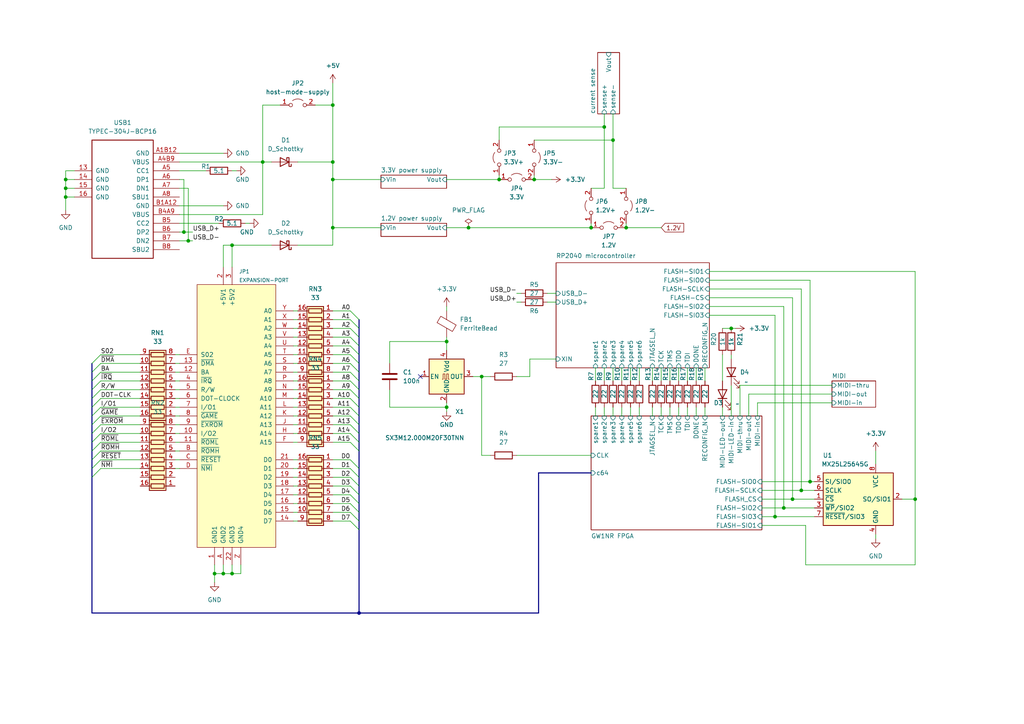
<source format=kicad_sch>
(kicad_sch (version 20211123) (generator eeschema)
  (paper "A4")
  (title_block (title "Kerberos 2"))
  (lib_symbols
    (symbol "Device:C" (pin_numbers hide) (pin_names (offset 0.254))
      (property "Reference" "C" (at 0.635 2.54 0))
      (property "Value" "C" (at 0.635 -2.54 0))
      (symbol "C_0_1"
        (polyline (pts (xy -2.032 -0.762) (xy 2.032 -0.762)) (stroke (width 0.508)))
        (polyline (pts (xy -2.032 0.762) (xy 2.032 0.762)) (stroke (width 0.508)))
      )
      (symbol "C_1_1"
        (pin passive line (at 0 3.81 270) (length 2.794) (name "~") (number "1"))
        (pin passive line (at 0 -3.81 90) (length 2.794) (name "~") (number "2"))
      )
    )
    (symbol "Device:D_Schottky" (pin_numbers hide) (pin_names (offset 1.016) hide)
      (property "Reference" "D" (at 0 2.54 0))
      (property "Value" "D_Schottky" (at 0 -2.54 0))
      (symbol "D_Schottky_0_1"
        (polyline (pts (xy 1.27 0) (xy -1.27 0)))
        (polyline (pts (xy 1.27 1.27) (xy 1.27 -1.27) (xy -1.27 0) (xy 1.27 1.27)) (stroke (width 0.254)))
        (polyline (pts (xy -1.905 0.635) (xy -1.905 1.27) (xy -1.27 1.27) (xy -1.27 -1.27) (xy -0.635 -1.27) (xy -0.635 -0.635)) (stroke (width 0.254)))
      )
      (symbol "D_Schottky_1_1"
        (pin passive line (at -3.81 0 0) (length 2.54) (name "K") (number "1"))
        (pin passive line (at 3.81 0 180) (length 2.54) (name "A") (number "2"))
      )
    )
    (symbol "Device:FerriteBead" (pin_numbers hide) (pin_names (offset 0))
      (property "Reference" "FB" (at -3.81 0.635 90))
      (property "Value" "FerriteBead" (at 3.81 0 90))
      (symbol "FerriteBead_0_1"
        (polyline (pts (xy 0 -1.27) (xy 0 -1.2192)))
        (polyline (pts (xy 0 1.27) (xy 0 1.2954)))
        (polyline (pts (xy -2.7686 0.4064) (xy -1.7018 2.2606) (xy 2.7686 -0.3048) (xy 1.6764 -2.159) (xy -2.7686 0.4064)))
      )
      (symbol "FerriteBead_1_1"
        (pin passive line (at 0 3.81 270) (length 2.54) (name "~") (number "1"))
        (pin passive line (at 0 -3.81 90) (length 2.54) (name "~") (number "2"))
      )
    )
    (symbol "Device:LED" (pin_numbers hide) (pin_names (offset 1.016) hide)
      (property "Reference" "D" (at 0 2.54 0))
      (property "Value" "LED" (at 0 -2.54 0))
      (symbol "LED_0_1"
        (polyline (pts (xy -1.27 -1.27) (xy -1.27 1.27)) (stroke (width 0.254)))
        (polyline (pts (xy -1.27 0) (xy 1.27 0)))
        (polyline (pts (xy 1.27 -1.27) (xy 1.27 1.27) (xy -1.27 0) (xy 1.27 -1.27)) (stroke (width 0.254)))
        (polyline (pts (xy -3.048 -0.762) (xy -4.572 -2.286) (xy -3.81 -2.286) (xy -4.572 -2.286) (xy -4.572 -1.524)))
        (polyline (pts (xy -1.778 -0.762) (xy -3.302 -2.286) (xy -2.54 -2.286) (xy -3.302 -2.286) (xy -3.302 -1.524)))
      )
      (symbol "LED_1_1"
        (pin passive line (at -3.81 0 0) (length 2.54) (name "K") (number "1"))
        (pin passive line (at 3.81 0 180) (length 2.54) (name "A") (number "2"))
      )
    )
    (symbol "Device:R" (pin_numbers hide) (pin_names (offset 0))
      (property "Reference" "R" (at 2.032 0 90))
      (property "Value" "R" (at 0 0 90))
      (symbol "R_0_1"
        (rectangle (start -1.016 -2.54) (end 1.016 2.54) (stroke (width 0.254)))
      )
      (symbol "R_1_1"
        (pin passive line (at 0 3.81 270) (length 1.27) (name "~") (number "1"))
        (pin passive line (at 0 -3.81 90) (length 1.27) (name "~") (number "2"))
      )
    )
    (symbol "Device:R_Pack08" (pin_names (offset 0) hide)
      (property "Reference" "RN" (at -12.7 0 90))
      (property "Value" "R_Pack08" (at 10.16 0 90))
      (symbol "R_Pack08_0_1"
        (rectangle (start -11.43 -2.413) (end 8.89 2.413) (stroke (width 0.254)) (fill (type background)))
        (rectangle (start -10.795 1.905) (end -9.525 -1.905) (stroke (width 0.254)))
        (rectangle (start -8.255 1.905) (end -6.985 -1.905) (stroke (width 0.254)))
        (rectangle (start -5.715 1.905) (end -4.445 -1.905) (stroke (width 0.254)))
        (rectangle (start -3.175 1.905) (end -1.905 -1.905) (stroke (width 0.254)))
        (rectangle (start -0.635 1.905) (end 0.635 -1.905) (stroke (width 0.254)))
        (polyline (pts (xy -10.16 -2.54) (xy -10.16 -1.905)))
        (polyline (pts (xy -10.16 1.905) (xy -10.16 2.54)))
        (polyline (pts (xy -7.62 -2.54) (xy -7.62 -1.905)))
        (polyline (pts (xy -7.62 1.905) (xy -7.62 2.54)))
        (polyline (pts (xy -5.08 -2.54) (xy -5.08 -1.905)))
        (polyline (pts (xy -5.08 1.905) (xy -5.08 2.54)))
        (polyline (pts (xy -2.54 -2.54) (xy -2.54 -1.905)))
        (polyline (pts (xy -2.54 1.905) (xy -2.54 2.54)))
        (polyline (pts (xy 0 -2.54) (xy 0 -1.905)))
        (polyline (pts (xy 0 1.905) (xy 0 2.54)))
        (polyline (pts (xy 2.54 -2.54) (xy 2.54 -1.905)))
        (polyline (pts (xy 2.54 1.905) (xy 2.54 2.54)))
        (polyline (pts (xy 5.08 -2.54) (xy 5.08 -1.905)))
        (polyline (pts (xy 5.08 1.905) (xy 5.08 2.54)))
        (polyline (pts (xy 7.62 -2.54) (xy 7.62 -1.905)))
        (polyline (pts (xy 7.62 1.905) (xy 7.62 2.54)))
        (rectangle (start 1.905 1.905) (end 3.175 -1.905) (stroke (width 0.254)))
        (rectangle (start 4.445 1.905) (end 5.715 -1.905) (stroke (width 0.254)))
        (rectangle (start 6.985 1.905) (end 8.255 -1.905) (stroke (width 0.254)))
      )
      (symbol "R_Pack08_1_1"
        (pin passive line (at -10.16 -5.08 90) (length 2.54) (name "R1.1") (number "1"))
        (pin passive line (at 5.08 5.08 270) (length 2.54) (name "R7.2") (number "10"))
        (pin passive line (at 2.54 5.08 270) (length 2.54) (name "R6.2") (number "11"))
        (pin passive line (at 0 5.08 270) (length 2.54) (name "R5.2") (number "12"))
        (pin passive line (at -2.54 5.08 270) (length 2.54) (name "R4.2") (number "13"))
        (pin passive line (at -5.08 5.08 270) (length 2.54) (name "R3.2") (number "14"))
        (pin passive line (at -7.62 5.08 270) (length 2.54) (name "R2.2") (number "15"))
        (pin passive line (at -10.16 5.08 270) (length 2.54) (name "R1.2") (number "16"))
        (pin passive line (at -7.62 -5.08 90) (length 2.54) (name "R2.1") (number "2"))
        (pin passive line (at -5.08 -5.08 90) (length 2.54) (name "R3.1") (number "3"))
        (pin passive line (at -2.54 -5.08 90) (length 2.54) (name "R4.1") (number "4"))
        (pin passive line (at 0 -5.08 90) (length 2.54) (name "R5.1") (number "5"))
        (pin passive line (at 2.54 -5.08 90) (length 2.54) (name "R6.1") (number "6"))
        (pin passive line (at 5.08 -5.08 90) (length 2.54) (name "R7.1") (number "7"))
        (pin passive line (at 7.62 -5.08 90) (length 2.54) (name "R8.1") (number "8"))
        (pin passive line (at 7.62 5.08 270) (length 2.54) (name "R8.2") (number "9"))
      )
    )
    (symbol "Jumper:Jumper_2_Open" (pin_names (offset 0) hide)
      (property "Reference" "JP" (at 0 2.794 0))
      (property "Value" "Jumper_2_Open" (at 0 -2.286 0))
      (symbol "Jumper_2_Open_0_0"
        (circle (center -2.032 0) (radius 0.508))
        (circle (center 2.032 0) (radius 0.508))
      )
      (symbol "Jumper_2_Open_0_1"
        (arc (start 1.524 1.27) (mid 0 1.778) (end -1.524 1.27))
      )
      (symbol "Jumper_2_Open_1_1"
        (pin passive line (at -5.08 0 0) (length 2.54) (name "A") (number "1"))
        (pin passive line (at 5.08 0 180) (length 2.54) (name "B") (number "2"))
      )
    )
    (symbol "Memory_Flash:MX25R3235FM1xx0"
      (property "Reference" "U" (at -8.89 8.89 0))
      (property "Value" "MX25R3235FM1xx0" (at 15.24 8.89 0))
      (symbol "MX25R3235FM1xx0_1_1"
        (rectangle (start -10.16 7.62) (end 10.16 -7.62) (stroke (width 0.254)) (fill (type background)))
        (pin input line (at -12.7 0 0) (length 2.54) (name "~{CS}") (number "1"))
        (pin bidirectional line (at 12.7 0 180) (length 2.54) (name "SO/SIO1") (number "2"))
        (pin bidirectional line (at -12.7 -2.54 0) (length 2.54) (name "~{WP}/SIO2") (number "3"))
        (pin power_in line (at 5.08 -10.16 90) (length 2.54) (name "GND") (number "4"))
        (pin bidirectional line (at -12.7 5.08 0) (length 2.54) (name "SI/SIO0") (number "5"))
        (pin input line (at -12.7 2.54 0) (length 2.54) (name "SCLK") (number "6"))
        (pin bidirectional line (at -12.7 -5.08 0) (length 2.54) (name "~{RESET}/SIO3") (number "7"))
        (pin power_in line (at 5.08 10.16 270) (length 2.54) (name "VCC") (number "8"))
      )
    )
    (symbol "Oscillator:ASE-xxxMHz" (pin_names (offset 0.254))
      (property "Reference" "X" (at -5.08 6.35 0))
      (property "Value" "ASE-xxxMHz" (at 1.27 -6.35 0))
      (symbol "ASE-xxxMHz_0_1"
        (rectangle (start -5.08 5.08) (end 5.08 -5.08) (stroke (width 0.254)) (fill (type background)))
        (polyline (pts (xy -1.27 -0.762) (xy -1.016 -0.762) (xy -1.016 0.762) (xy -0.508 0.762) (xy -0.508 -0.762) (xy 0 -0.762) (xy 0 0.762) (xy 0.508 0.762) (xy 0.508 -0.762) (xy 0.762 -0.762)))
      )
      (symbol "ASE-xxxMHz_1_1"
        (pin input line (at -7.62 0 0) (length 2.54) (name "EN") (number "1"))
        (pin power_in line (at 0 -7.62 90) (length 2.54) (name "GND") (number "2"))
        (pin output line (at 7.62 0 180) (length 2.54) (name "OUT") (number "3"))
        (pin power_in line (at 0 7.62 270) (length 2.54) (name "Vdd") (number "4"))
      )
    )
    (symbol "TYPEC-304J-BCP16:TYPEC-304J-BCP16" (pin_names (offset 1.016))
      (property "Reference" "USB" (at 0 1.27 0))
      (property "Value" "TYPEC-304J-BCP16" (at 0 -1.27 0))
      (symbol "TYPEC-304J-BCP16_0_0"
        (rectangle (start -10.16 16.51) (end 7.62 -17.78) (stroke (width 0.254)))
      )
      (symbol "TYPEC-304J-BCP16_1_0"
        (pin unspecified line (at 12.7 7.62 180) (length 5.08) (name "GND") (number "13"))
        (pin unspecified line (at 12.7 5.08 180) (length 5.08) (name "GND") (number "14"))
        (pin unspecified line (at 12.7 2.54 180) (length 5.08) (name "GND") (number "15"))
        (pin unspecified line (at 12.7 0 180) (length 5.08) (name "GND") (number "16"))
        (pin unspecified line (at -17.78 12.7 0) (length 7.62) (name "GND") (number "A1B12"))
        (pin unspecified line (at -17.78 10.16 0) (length 7.62) (name "VBUS") (number "A4B9"))
        (pin unspecified line (at -17.78 7.62 0) (length 7.62) (name "CC1") (number "A5"))
        (pin unspecified line (at -17.78 5.08 0) (length 7.62) (name "DP1") (number "A6"))
        (pin unspecified line (at -17.78 2.54 0) (length 7.62) (name "DN1") (number "A7"))
        (pin unspecified line (at -17.78 0 0) (length 7.62) (name "SBU1") (number "A8"))
        (pin unspecified line (at -17.78 -2.54 0) (length 7.62) (name "GND") (number "B1A12"))
        (pin unspecified line (at -17.78 -5.08 0) (length 7.62) (name "VBUS") (number "B4A9"))
        (pin unspecified line (at -17.78 -7.62 0) (length 7.62) (name "CC2") (number "B5"))
        (pin unspecified line (at -17.78 -10.16 0) (length 7.62) (name "DP2") (number "B6"))
        (pin unspecified line (at -17.78 -12.7 0) (length 7.62) (name "DN2") (number "B7"))
        (pin unspecified line (at -17.78 -15.24 0) (length 7.62) (name "SBU2") (number "B8"))
      )
    )
    (symbol "edge-connector:EXPANSION-PORT" (pin_names (offset 1.016))
      (property "Reference" "JP" (at 7.62 -58.42 0))
      (property "Value" "EXPANSION-PORT" (at 5.08 22.86 0))
      (symbol "EXPANSION-PORT_0_1"
        (rectangle (start -10.16 20.32) (end 12.7 -55.88) (fill (type background)))
      )
      (symbol "EXPANSION-PORT_1_0"
        (pin bidirectional line (at -5.08 -60.96 90) (length 5.08) (name "GND1") (number "1"))
        (pin bidirectional line (at -15.24 -22.86 0) (length 5.08) (name "I/O2") (number "10"))
        (pin bidirectional line (at -15.24 -25.4 0) (length 5.08) (name "~{ROML}") (number "11"))
        (pin bidirectional line (at -15.24 -5.08 0) (length 5.08) (name "BA") (number "12"))
        (pin bidirectional line (at -15.24 -2.54 0) (length 5.08) (name "~{DMA}") (number "13"))
        (pin bidirectional line (at 17.78 -48.26 180) (length 5.08) (name "D7") (number "14"))
        (pin bidirectional line (at 17.78 -45.72 180) (length 5.08) (name "D6") (number "15"))
        (pin bidirectional line (at 17.78 -43.18 180) (length 5.08) (name "D5") (number "16"))
        (pin bidirectional line (at 17.78 -40.64 180) (length 5.08) (name "D4") (number "17"))
        (pin bidirectional line (at 17.78 -38.1 180) (length 5.08) (name "D3") (number "18"))
        (pin bidirectional line (at 17.78 -35.56 180) (length 5.08) (name "D2") (number "19"))
        (pin bidirectional line (at -2.54 25.4 270) (length 5.08) (name "+5V1") (number "2"))
        (pin bidirectional line (at 17.78 -33.02 180) (length 5.08) (name "D1") (number "20"))
        (pin bidirectional line (at 17.78 -30.48 180) (length 5.08) (name "D0") (number "21"))
        (pin bidirectional line (at 0 -60.96 90) (length 5.08) (name "GND3") (number "22"))
        (pin bidirectional line (at 0 25.4 270) (length 5.08) (name "+5V2") (number "3"))
        (pin bidirectional line (at -15.24 -7.62 0) (length 5.08) (name "~{IRQ}") (number "4"))
        (pin bidirectional line (at -15.24 -10.16 0) (length 5.08) (name "R/W") (number "5"))
        (pin bidirectional line (at -15.24 -12.7 0) (length 5.08) (name "DOT-CLOCK") (number "6"))
        (pin bidirectional line (at -15.24 -15.24 0) (length 5.08) (name "I/O1") (number "7"))
        (pin bidirectional line (at -15.24 -17.78 0) (length 5.08) (name "~{GAME}") (number "8"))
        (pin bidirectional line (at -15.24 -20.32 0) (length 5.08) (name "~{EXROM}") (number "9"))
        (pin bidirectional line (at -2.54 -60.96 90) (length 5.08) (name "GND2") (number "A"))
        (pin bidirectional line (at -15.24 -27.94 0) (length 5.08) (name "~{ROMH}") (number "B"))
        (pin bidirectional line (at -15.24 -30.48 0) (length 5.08) (name "~{RESET}") (number "C"))
        (pin bidirectional line (at -15.24 -33.02 0) (length 5.08) (name "~{NMI}") (number "D"))
        (pin bidirectional line (at -15.24 0 0) (length 5.08) (name "S02") (number "E"))
        (pin bidirectional line (at 17.78 -25.4 180) (length 5.08) (name "A15") (number "F"))
        (pin bidirectional line (at 17.78 -22.86 180) (length 5.08) (name "A14") (number "H"))
        (pin bidirectional line (at 17.78 -20.32 180) (length 5.08) (name "A13") (number "J"))
        (pin bidirectional line (at 17.78 -17.78 180) (length 5.08) (name "A12") (number "K"))
        (pin bidirectional line (at 17.78 -15.24 180) (length 5.08) (name "A11") (number "L"))
        (pin bidirectional line (at 17.78 -12.7 180) (length 5.08) (name "A10") (number "M"))
        (pin bidirectional line (at 17.78 -10.16 180) (length 5.08) (name "A9") (number "N"))
        (pin bidirectional line (at 17.78 -7.62 180) (length 5.08) (name "A8") (number "P"))
        (pin bidirectional line (at 17.78 -5.08 180) (length 5.08) (name "A7") (number "R"))
        (pin bidirectional line (at 17.78 -2.54 180) (length 5.08) (name "A6") (number "S"))
        (pin bidirectional line (at 17.78 0 180) (length 5.08) (name "A5") (number "T"))
        (pin bidirectional line (at 17.78 2.54 180) (length 5.08) (name "A4") (number "U"))
        (pin bidirectional line (at 17.78 5.08 180) (length 5.08) (name "A3") (number "V"))
        (pin bidirectional line (at 17.78 7.62 180) (length 5.08) (name "A2") (number "W"))
        (pin bidirectional line (at 17.78 10.16 180) (length 5.08) (name "A1") (number "X"))
        (pin bidirectional line (at 17.78 12.7 180) (length 5.08) (name "A0") (number "Y"))
        (pin bidirectional line (at 2.54 -60.96 90) (length 5.08) (name "GND4") (number "Z"))
      )
    )
    (symbol "power:+3.3V" (power) (pin_names (offset 0))
      (property "Value" "+3.3V" (at 0 3.556 0))
      (symbol "+3.3V_0_1"
        (polyline (pts (xy -0.762 1.27) (xy 0 2.54)))
        (polyline (pts (xy 0 0) (xy 0 2.54)))
        (polyline (pts (xy 0 2.54) (xy 0.762 1.27)))
      )
      (symbol "+3.3V_1_1"
        (pin power_in line (at 0 0 90) (length 0) hide (name "+3.3V") (number "1"))
      )
    )
    (symbol "power:+5V" (power) (pin_names (offset 0))
      (property "Value" "+5V" (at 0 3.556 0))
      (symbol "+5V_0_1"
        (polyline (pts (xy -0.762 1.27) (xy 0 2.54)))
        (polyline (pts (xy 0 0) (xy 0 2.54)))
        (polyline (pts (xy 0 2.54) (xy 0.762 1.27)))
      )
      (symbol "+5V_1_1"
        (pin power_in line (at 0 0 90) (length 0) hide (name "+5V") (number "1"))
      )
    )
    (symbol "power:GND" (power) (pin_names (offset 0))
      (property "Value" "GND" (at 0 -3.81 0))
      (symbol "GND_0_1"
        (polyline (pts (xy 0 0) (xy 0 -1.27) (xy 1.27 -1.27) (xy 0 -2.54) (xy -1.27 -1.27) (xy 0 -1.27)))
      )
      (symbol "GND_1_1"
        (pin power_in line (at 0 0 270) (length 0) hide (name "GND") (number "1"))
      )
    )
    (symbol "power:PWR_FLAG" (power) (pin_numbers hide) (pin_names (offset 0) hide)
      (property "Value" "PWR_FLAG" (at 0 3.81 0))
      (symbol "PWR_FLAG_0_0"
        (pin power_out line (at 0 0 90) (length 0) (name "pwr") (number "1"))
      )
      (symbol "PWR_FLAG_0_1"
        (polyline (pts (xy 0 0) (xy 0 1.27) (xy -1.016 1.905) (xy 0 2.54) (xy 1.016 1.905) (xy 0 1.27)))
      )
    )
  )
  (junction (at 53.34 67.31))
  (junction (at 54.61 69.85))
  (junction (at 175.26 36.83))
  (junction (at 19.05 57.15))
  (junction (at 129.54 118.11))
  (junction (at 171.45 66.04))
  (junction (at 104.14 177.8))
  (junction (at 181.61 66.04))
  (junction (at 224.79 149.86))
  (junction (at 234.95 139.7))
  (junction (at 67.31 166.37))
  (junction (at 67.31 71.12))
  (junction (at 96.52 52.07))
  (junction (at 212.09 95.25))
  (junction (at 62.23 166.37))
  (junction (at 96.52 30.48))
  (junction (at 19.05 54.61))
  (junction (at 227.33 147.32))
  (junction (at 144.78 52.07))
  (junction (at 64.77 166.37))
  (junction (at 229.87 144.78))
  (junction (at 232.41 142.24))
  (junction (at 154.94 52.07))
  (junction (at 129.54 99.06))
  (junction (at 177.8 40.64))
  (junction (at 265.43 144.78))
  (junction (at 139.7 109.22))
  (junction (at 135.89 66.04))
  (junction (at 76.2 46.99))
  (junction (at 96.52 66.04))
  (junction (at 19.05 52.07))
  (junction (at 96.52 46.99))
  (no_connect (at 121.92 109.22))
  (bus_entry (at 101.6 102.87) (size 2.54 2.54))
  (bus_entry (at 101.6 107.95) (size 2.54 2.54))
  (bus_entry (at 101.6 105.41) (size 2.54 2.54))
  (bus_entry (at 101.6 100.33) (size 2.54 2.54))
  (bus_entry (at 101.6 113.03) (size 2.54 2.54))
  (bus_entry (at 101.6 115.57) (size 2.54 2.54))
  (bus_entry (at 101.6 118.11) (size 2.54 2.54))
  (bus_entry (at 101.6 110.49) (size 2.54 2.54))
  (bus_entry (at 101.6 123.19) (size 2.54 2.54))
  (bus_entry (at 101.6 120.65) (size 2.54 2.54))
  (bus_entry (at 101.6 140.97) (size 2.54 2.54))
  (bus_entry (at 101.6 146.05) (size 2.54 2.54))
  (bus_entry (at 101.6 143.51) (size 2.54 2.54))
  (bus_entry (at 101.6 151.13) (size 2.54 2.54))
  (bus_entry (at 101.6 133.35) (size 2.54 2.54))
  (bus_entry (at 101.6 128.27) (size 2.54 2.54))
  (bus_entry (at 101.6 148.59) (size 2.54 2.54))
  (bus_entry (at 101.6 125.73) (size 2.54 2.54))
  (bus_entry (at 101.6 138.43) (size 2.54 2.54))
  (bus_entry (at 101.6 135.89) (size 2.54 2.54))
  (bus_entry (at 101.6 97.79) (size 2.54 2.54))
  (bus_entry (at 101.6 90.17) (size 2.54 2.54))
  (bus_entry (at 101.6 95.25) (size 2.54 2.54))
  (bus_entry (at 101.6 92.71) (size 2.54 2.54))
  (bus_entry (at 26.67 115.57) (size 2.54 -2.54))
  (bus_entry (at 26.67 118.11) (size 2.54 -2.54))
  (bus_entry (at 26.67 120.65) (size 2.54 -2.54))
  (bus_entry (at 26.67 123.19) (size 2.54 -2.54))
  (bus_entry (at 26.67 113.03) (size 2.54 -2.54))
  (bus_entry (at 26.67 110.49) (size 2.54 -2.54))
  (bus_entry (at 26.67 107.95) (size 2.54 -2.54))
  (bus_entry (at 26.67 105.41) (size 2.54 -2.54))
  (bus_entry (at 26.67 133.35) (size 2.54 -2.54))
  (bus_entry (at 26.67 135.89) (size 2.54 -2.54))
  (bus_entry (at 26.67 138.43) (size 2.54 -2.54))
  (bus_entry (at 26.67 130.81) (size 2.54 -2.54))
  (bus_entry (at 26.67 128.27) (size 2.54 -2.54))
  (bus_entry (at 26.67 125.73) (size 2.54 -2.54))
  (wire (pts (xy 185.42 118.11) (xy 185.42 120.65)))
  (wire (pts (xy 96.52 151.13) (xy 101.6 151.13)))
  (wire (pts (xy 52.07 46.99) (xy 76.2 46.99)))
  (wire (pts (xy 64.77 44.45) (xy 52.07 44.45)))
  (wire (pts (xy 181.61 54.61) (xy 177.8 54.61)))
  (wire (pts (xy 50.8 110.49) (xy 52.07 110.49)))
  (wire (pts (xy 129.54 118.11) (xy 129.54 116.84)))
  (wire (pts (xy 227.33 147.32) (xy 236.22 147.32)))
  (wire (pts (xy 180.34 118.11) (xy 180.34 120.65)))
  (bus (pts (xy 104.14 146.05) (xy 104.14 148.59)))
  (wire (pts (xy 217.17 120.65) (xy 217.17 114.3)))
  (wire (pts (xy 139.7 109.22) (xy 142.24 109.22)))
  (wire (pts (xy 71.12 64.77) (xy 72.39 64.77)))
  (wire (pts (xy 64.77 166.37) (xy 62.23 166.37)))
  (wire (pts (xy 182.88 106.68) (xy 182.88 110.49)))
  (wire (pts (xy 209.55 95.25) (xy 212.09 95.25)))
  (wire (pts (xy 96.52 140.97) (xy 101.6 140.97)))
  (wire (pts (xy 219.71 120.65) (xy 219.71 116.84)))
  (wire (pts (xy 50.8 118.11) (xy 52.07 118.11)))
  (wire (pts (xy 67.31 166.37) (xy 64.77 166.37)))
  (wire (pts (xy 64.77 71.12) (xy 67.31 71.12)))
  (bus (pts (xy 26.67 133.35) (xy 26.67 135.89)))
  (wire (pts (xy 177.8 54.61) (xy 177.8 40.64)))
  (wire (pts (xy 85.09 113.03) (xy 86.36 113.03)))
  (wire (pts (xy 161.29 104.14) (xy 153.67 104.14)))
  (wire (pts (xy 29.21 125.73) (xy 40.64 125.73)))
  (wire (pts (xy 227.33 88.9) (xy 227.33 147.32)))
  (wire (pts (xy 53.34 67.31) (xy 55.88 67.31)))
  (wire (pts (xy 96.52 133.35) (xy 101.6 133.35)))
  (wire (pts (xy 96.52 110.49) (xy 101.6 110.49)))
  (wire (pts (xy 254 154.94) (xy 254 156.21)))
  (wire (pts (xy 153.67 109.22) (xy 149.86 109.22)))
  (wire (pts (xy 85.09 135.89) (xy 86.36 135.89)))
  (bus (pts (xy 104.14 128.27) (xy 104.14 130.81)))
  (wire (pts (xy 85.09 133.35) (xy 86.36 133.35)))
  (wire (pts (xy 214.63 120.65) (xy 214.63 111.76)))
  (wire (pts (xy 233.68 152.4) (xy 233.68 163.83)))
  (wire (pts (xy 52.07 64.77) (xy 63.5 64.77)))
  (wire (pts (xy 212.09 111.76) (xy 212.09 120.65)))
  (wire (pts (xy 96.52 105.41) (xy 101.6 105.41)))
  (bus (pts (xy 104.14 138.43) (xy 104.14 140.97)))
  (wire (pts (xy 85.09 128.27) (xy 86.36 128.27)))
  (wire (pts (xy 182.88 118.11) (xy 182.88 120.65)))
  (wire (pts (xy 96.52 30.48) (xy 96.52 46.99)))
  (wire (pts (xy 96.52 107.95) (xy 101.6 107.95)))
  (wire (pts (xy 191.77 118.11) (xy 191.77 120.65)))
  (wire (pts (xy 64.77 77.47) (xy 64.77 71.12)))
  (wire (pts (xy 85.09 151.13) (xy 86.36 151.13)))
  (wire (pts (xy 204.47 118.11) (xy 204.47 120.65)))
  (wire (pts (xy 265.43 163.83) (xy 265.43 144.78)))
  (bus (pts (xy 104.14 118.11) (xy 104.14 120.65)))
  (wire (pts (xy 96.52 125.73) (xy 101.6 125.73)))
  (wire (pts (xy 85.09 143.51) (xy 86.36 143.51)))
  (wire (pts (xy 29.21 102.87) (xy 40.64 102.87)))
  (wire (pts (xy 233.68 163.83) (xy 265.43 163.83)))
  (wire (pts (xy 129.54 118.11) (xy 129.54 119.38)))
  (wire (pts (xy 175.26 118.11) (xy 175.26 120.65)))
  (wire (pts (xy 220.98 149.86) (xy 224.79 149.86)))
  (wire (pts (xy 96.52 97.79) (xy 101.6 97.79)))
  (wire (pts (xy 139.7 109.22) (xy 139.7 132.08)))
  (bus (pts (xy 104.14 110.49) (xy 104.14 113.03)))
  (wire (pts (xy 29.21 128.27) (xy 40.64 128.27)))
  (wire (pts (xy 85.09 102.87) (xy 86.36 102.87)))
  (wire (pts (xy 224.79 149.86) (xy 236.22 149.86)))
  (wire (pts (xy 21.59 54.61) (xy 19.05 54.61)))
  (wire (pts (xy 205.74 91.44) (xy 224.79 91.44)))
  (wire (pts (xy 50.8 102.87) (xy 52.07 102.87)))
  (wire (pts (xy 96.52 138.43) (xy 101.6 138.43)))
  (wire (pts (xy 69.85 163.83) (xy 69.85 166.37)))
  (bus (pts (xy 104.14 102.87) (xy 104.14 105.41)))
  (wire (pts (xy 50.8 128.27) (xy 52.07 128.27)))
  (wire (pts (xy 50.8 130.81) (xy 52.07 130.81)))
  (wire (pts (xy 177.8 40.64) (xy 177.8 33.02)))
  (wire (pts (xy 229.87 144.78) (xy 236.22 144.78)))
  (wire (pts (xy 194.31 106.68) (xy 194.31 110.49)))
  (bus (pts (xy 156.21 137.16) (xy 171.45 137.16)))
  (wire (pts (xy 96.52 120.65) (xy 101.6 120.65)))
  (wire (pts (xy 96.52 24.13) (xy 96.52 30.48)))
  (wire (pts (xy 85.09 105.41) (xy 86.36 105.41)))
  (wire (pts (xy 254 130.81) (xy 254 134.62)))
  (bus (pts (xy 104.14 177.8) (xy 156.21 177.8)))
  (wire (pts (xy 137.16 109.22) (xy 139.7 109.22)))
  (wire (pts (xy 29.21 110.49) (xy 40.64 110.49)))
  (bus (pts (xy 26.67 107.95) (xy 26.67 110.49)))
  (bus (pts (xy 104.14 125.73) (xy 104.14 128.27)))
  (wire (pts (xy 85.09 125.73) (xy 86.36 125.73)))
  (wire (pts (xy 175.26 36.83) (xy 175.26 33.02)))
  (wire (pts (xy 96.52 90.17) (xy 101.6 90.17)))
  (wire (pts (xy 201.93 118.11) (xy 201.93 120.65)))
  (wire (pts (xy 177.8 106.68) (xy 177.8 110.49)))
  (wire (pts (xy 67.31 163.83) (xy 67.31 166.37)))
  (wire (pts (xy 129.54 99.06) (xy 113.03 99.06)))
  (wire (pts (xy 196.85 106.68) (xy 196.85 110.49)))
  (wire (pts (xy 220.98 139.7) (xy 234.95 139.7)))
  (wire (pts (xy 29.21 105.41) (xy 40.64 105.41)))
  (wire (pts (xy 171.45 64.77) (xy 171.45 66.04)))
  (wire (pts (xy 135.89 66.04) (xy 171.45 66.04)))
  (wire (pts (xy 149.86 132.08) (xy 171.45 132.08)))
  (wire (pts (xy 201.93 106.68) (xy 201.93 110.49)))
  (wire (pts (xy 50.8 115.57) (xy 52.07 115.57)))
  (wire (pts (xy 29.21 118.11) (xy 40.64 118.11)))
  (bus (pts (xy 104.14 153.67) (xy 104.14 177.8)))
  (wire (pts (xy 205.74 83.82) (xy 232.41 83.82)))
  (wire (pts (xy 153.67 104.14) (xy 153.67 109.22)))
  (wire (pts (xy 85.09 90.17) (xy 86.36 90.17)))
  (bus (pts (xy 104.14 130.81) (xy 104.14 135.89)))
  (wire (pts (xy 76.2 46.99) (xy 78.74 46.99)))
  (wire (pts (xy 85.09 92.71) (xy 86.36 92.71)))
  (wire (pts (xy 62.23 166.37) (xy 62.23 168.91)))
  (wire (pts (xy 96.52 146.05) (xy 101.6 146.05)))
  (wire (pts (xy 189.23 118.11) (xy 189.23 120.65)))
  (wire (pts (xy 67.31 71.12) (xy 67.31 77.47)))
  (wire (pts (xy 185.42 106.68) (xy 185.42 110.49)))
  (wire (pts (xy 53.34 67.31) (xy 52.07 67.31)))
  (wire (pts (xy 265.43 78.74) (xy 265.43 144.78)))
  (wire (pts (xy 85.09 110.49) (xy 86.36 110.49)))
  (wire (pts (xy 85.09 95.25) (xy 86.36 95.25)))
  (wire (pts (xy 149.86 85.09) (xy 151.13 85.09)))
  (wire (pts (xy 217.17 114.3) (xy 241.3 114.3)))
  (wire (pts (xy 86.36 46.99) (xy 96.52 46.99)))
  (wire (pts (xy 76.2 62.23) (xy 76.2 46.99)))
  (wire (pts (xy 86.36 71.12) (xy 96.52 71.12)))
  (wire (pts (xy 85.09 148.59) (xy 86.36 148.59)))
  (wire (pts (xy 232.41 83.82) (xy 232.41 142.24)))
  (wire (pts (xy 180.34 106.68) (xy 180.34 110.49)))
  (wire (pts (xy 50.8 113.03) (xy 52.07 113.03)))
  (bus (pts (xy 104.14 123.19) (xy 104.14 125.73)))
  (wire (pts (xy 64.77 163.83) (xy 64.77 166.37)))
  (bus (pts (xy 26.67 105.41) (xy 26.67 107.95)))
  (wire (pts (xy 129.54 52.07) (xy 144.78 52.07)))
  (wire (pts (xy 181.61 64.77) (xy 181.61 66.04)))
  (wire (pts (xy 50.8 125.73) (xy 52.07 125.73)))
  (bus (pts (xy 104.14 107.95) (xy 104.14 110.49)))
  (wire (pts (xy 29.21 123.19) (xy 40.64 123.19)))
  (wire (pts (xy 29.21 130.81) (xy 40.64 130.81)))
  (bus (pts (xy 26.67 120.65) (xy 26.67 123.19)))
  (bus (pts (xy 26.67 138.43) (xy 26.67 177.8)))
  (bus (pts (xy 26.67 113.03) (xy 26.67 115.57)))
  (wire (pts (xy 21.59 49.53) (xy 19.05 49.53)))
  (wire (pts (xy 76.2 30.48) (xy 81.28 30.48)))
  (wire (pts (xy 50.8 107.95) (xy 52.07 107.95)))
  (wire (pts (xy 175.26 106.68) (xy 175.26 110.49)))
  (wire (pts (xy 214.63 111.76) (xy 241.3 111.76)))
  (wire (pts (xy 85.09 97.79) (xy 86.36 97.79)))
  (wire (pts (xy 54.61 69.85) (xy 55.88 69.85)))
  (wire (pts (xy 194.31 118.11) (xy 194.31 120.65)))
  (wire (pts (xy 144.78 40.64) (xy 144.78 36.83)))
  (wire (pts (xy 19.05 57.15) (xy 19.05 60.96)))
  (bus (pts (xy 26.67 128.27) (xy 26.67 130.81)))
  (bus (pts (xy 104.14 140.97) (xy 104.14 143.51)))
  (wire (pts (xy 53.34 52.07) (xy 53.34 67.31)))
  (bus (pts (xy 26.67 130.81) (xy 26.67 133.35)))
  (wire (pts (xy 232.41 142.24) (xy 236.22 142.24)))
  (bus (pts (xy 26.67 125.73) (xy 26.67 128.27)))
  (wire (pts (xy 220.98 147.32) (xy 227.33 147.32)))
  (wire (pts (xy 52.07 49.53) (xy 59.69 49.53)))
  (bus (pts (xy 104.14 100.33) (xy 104.14 102.87)))
  (wire (pts (xy 85.09 107.95) (xy 86.36 107.95)))
  (wire (pts (xy 96.52 148.59) (xy 101.6 148.59)))
  (wire (pts (xy 149.86 87.63) (xy 151.13 87.63)))
  (wire (pts (xy 154.94 40.64) (xy 177.8 40.64)))
  (wire (pts (xy 62.23 163.83) (xy 62.23 166.37)))
  (wire (pts (xy 50.8 105.41) (xy 52.07 105.41)))
  (wire (pts (xy 172.72 118.11) (xy 172.72 120.65)))
  (wire (pts (xy 199.39 106.68) (xy 199.39 110.49)))
  (wire (pts (xy 96.52 100.33) (xy 101.6 100.33)))
  (bus (pts (xy 26.67 135.89) (xy 26.67 138.43)))
  (wire (pts (xy 96.52 46.99) (xy 96.52 52.07)))
  (wire (pts (xy 29.21 133.35) (xy 40.64 133.35)))
  (wire (pts (xy 19.05 49.53) (xy 19.05 52.07)))
  (wire (pts (xy 139.7 132.08) (xy 142.24 132.08)))
  (wire (pts (xy 96.52 115.57) (xy 101.6 115.57)))
  (wire (pts (xy 29.21 113.03) (xy 40.64 113.03)))
  (wire (pts (xy 189.23 106.68) (xy 189.23 110.49)))
  (wire (pts (xy 29.21 107.95) (xy 40.64 107.95)))
  (wire (pts (xy 158.75 85.09) (xy 161.29 85.09)))
  (wire (pts (xy 52.07 52.07) (xy 53.34 52.07)))
  (wire (pts (xy 50.8 120.65) (xy 52.07 120.65)))
  (wire (pts (xy 54.61 69.85) (xy 52.07 69.85)))
  (wire (pts (xy 96.52 52.07) (xy 110.49 52.07)))
  (wire (pts (xy 69.85 166.37) (xy 67.31 166.37)))
  (wire (pts (xy 219.71 116.84) (xy 241.3 116.84)))
  (wire (pts (xy 220.98 142.24) (xy 232.41 142.24)))
  (wire (pts (xy 85.09 140.97) (xy 86.36 140.97)))
  (wire (pts (xy 96.52 95.25) (xy 101.6 95.25)))
  (bus (pts (xy 104.14 135.89) (xy 104.14 138.43)))
  (wire (pts (xy 96.52 143.51) (xy 101.6 143.51)))
  (bus (pts (xy 104.14 115.57) (xy 104.14 118.11)))
  (wire (pts (xy 96.52 113.03) (xy 101.6 113.03)))
  (wire (pts (xy 212.09 95.25) (xy 213.36 95.25)))
  (wire (pts (xy 113.03 113.03) (xy 113.03 118.11)))
  (bus (pts (xy 26.67 118.11) (xy 26.67 120.65)))
  (wire (pts (xy 21.59 57.15) (xy 19.05 57.15)))
  (wire (pts (xy 52.07 62.23) (xy 76.2 62.23)))
  (wire (pts (xy 154.94 50.8) (xy 154.94 52.07)))
  (wire (pts (xy 64.77 59.69) (xy 52.07 59.69)))
  (wire (pts (xy 19.05 52.07) (xy 19.05 54.61)))
  (bus (pts (xy 26.67 177.8) (xy 104.14 177.8)))
  (bus (pts (xy 104.14 95.25) (xy 104.14 97.79)))
  (wire (pts (xy 21.59 52.07) (xy 19.05 52.07)))
  (bus (pts (xy 26.67 110.49) (xy 26.67 113.03)))
  (wire (pts (xy 50.8 135.89) (xy 52.07 135.89)))
  (wire (pts (xy 229.87 86.36) (xy 229.87 144.78)))
  (wire (pts (xy 265.43 144.78) (xy 261.62 144.78)))
  (wire (pts (xy 172.72 106.68) (xy 172.72 110.49)))
  (wire (pts (xy 144.78 36.83) (xy 175.26 36.83)))
  (wire (pts (xy 181.61 66.04) (xy 191.77 66.04)))
  (wire (pts (xy 220.98 152.4) (xy 233.68 152.4)))
  (wire (pts (xy 154.94 52.07) (xy 160.02 52.07)))
  (bus (pts (xy 104.14 97.79) (xy 104.14 100.33)))
  (wire (pts (xy 191.77 106.68) (xy 191.77 110.49)))
  (wire (pts (xy 85.09 100.33) (xy 86.36 100.33)))
  (wire (pts (xy 52.07 54.61) (xy 54.61 54.61)))
  (bus (pts (xy 26.67 115.57) (xy 26.67 118.11)))
  (wire (pts (xy 19.05 54.61) (xy 19.05 57.15)))
  (wire (pts (xy 91.44 30.48) (xy 96.52 30.48)))
  (wire (pts (xy 205.74 88.9) (xy 227.33 88.9)))
  (bus (pts (xy 156.21 177.8) (xy 156.21 137.16)))
  (wire (pts (xy 224.79 91.44) (xy 224.79 149.86)))
  (wire (pts (xy 50.8 133.35) (xy 52.07 133.35)))
  (wire (pts (xy 67.31 49.53) (xy 68.58 49.53)))
  (wire (pts (xy 129.54 97.79) (xy 129.54 99.06)))
  (wire (pts (xy 205.74 78.74) (xy 265.43 78.74)))
  (wire (pts (xy 175.26 54.61) (xy 175.26 36.83)))
  (bus (pts (xy 26.67 123.19) (xy 26.67 125.73)))
  (bus (pts (xy 104.14 120.65) (xy 104.14 123.19)))
  (wire (pts (xy 129.54 88.9) (xy 129.54 90.17)))
  (wire (pts (xy 220.98 144.78) (xy 229.87 144.78)))
  (wire (pts (xy 50.8 123.19) (xy 52.07 123.19)))
  (bus (pts (xy 104.14 92.71) (xy 104.14 95.25)))
  (wire (pts (xy 29.21 115.57) (xy 40.64 115.57)))
  (bus (pts (xy 104.14 148.59) (xy 104.14 151.13)))
  (wire (pts (xy 85.09 146.05) (xy 86.36 146.05)))
  (wire (pts (xy 113.03 99.06) (xy 113.03 105.41)))
  (wire (pts (xy 158.75 87.63) (xy 161.29 87.63)))
  (wire (pts (xy 96.52 52.07) (xy 96.52 66.04)))
  (wire (pts (xy 96.52 66.04) (xy 110.49 66.04)))
  (bus (pts (xy 104.14 143.51) (xy 104.14 146.05)))
  (wire (pts (xy 234.95 81.28) (xy 234.95 139.7)))
  (wire (pts (xy 96.52 102.87) (xy 101.6 102.87)))
  (wire (pts (xy 205.74 81.28) (xy 234.95 81.28)))
  (wire (pts (xy 96.52 123.19) (xy 101.6 123.19)))
  (wire (pts (xy 76.2 46.99) (xy 76.2 30.48)))
  (wire (pts (xy 234.95 139.7) (xy 236.22 139.7)))
  (wire (pts (xy 129.54 66.04) (xy 135.89 66.04)))
  (wire (pts (xy 96.52 118.11) (xy 101.6 118.11)))
  (bus (pts (xy 104.14 105.41) (xy 104.14 107.95)))
  (wire (pts (xy 85.09 115.57) (xy 86.36 115.57)))
  (wire (pts (xy 205.74 86.36) (xy 229.87 86.36)))
  (wire (pts (xy 209.55 102.87) (xy 209.55 110.49)))
  (wire (pts (xy 85.09 123.19) (xy 86.36 123.19)))
  (wire (pts (xy 196.85 118.11) (xy 196.85 120.65)))
  (wire (pts (xy 204.47 106.68) (xy 204.47 110.49)))
  (wire (pts (xy 144.78 50.8) (xy 144.78 52.07)))
  (wire (pts (xy 96.52 128.27) (xy 101.6 128.27)))
  (bus (pts (xy 104.14 113.03) (xy 104.14 115.57)))
  (wire (pts (xy 85.09 138.43) (xy 86.36 138.43)))
  (wire (pts (xy 199.39 118.11) (xy 199.39 120.65)))
  (bus (pts (xy 104.14 151.13) (xy 104.14 153.67)))
  (wire (pts (xy 129.54 99.06) (xy 129.54 101.6)))
  (wire (pts (xy 54.61 54.61) (xy 54.61 69.85)))
  (wire (pts (xy 29.21 120.65) (xy 40.64 120.65)))
  (wire (pts (xy 113.03 118.11) (xy 129.54 118.11)))
  (wire (pts (xy 67.31 71.12) (xy 78.74 71.12)))
  (wire (pts (xy 96.52 66.04) (xy 96.52 71.12)))
  (wire (pts (xy 96.52 135.89) (xy 101.6 135.89)))
  (wire (pts (xy 96.52 92.71) (xy 101.6 92.71)))
  (wire (pts (xy 85.09 120.65) (xy 86.36 120.65)))
  (wire (pts (xy 177.8 118.11) (xy 177.8 120.65)))
  (wire (pts (xy 171.45 54.61) (xy 175.26 54.61)))
  (wire (pts (xy 212.09 102.87) (xy 212.09 104.14)))
  (wire (pts (xy 85.09 118.11) (xy 86.36 118.11)))
  (wire (pts (xy 209.55 118.11) (xy 209.55 120.65)))
  (wire (pts (xy 29.21 135.89) (xy 40.64 135.89)))
  (label "A8" (at 101.6 110.49 180))
  (label "USB_D+" (at 149.86 87.63 180))
  (label "~{ROMH}" (at 29.21 130.81 0))
  (label "D6" (at 101.6 148.59 180))
  (label "USB_D-" (at 149.86 85.09 180))
  (label "A2" (at 101.6 95.25 180))
  (label "D4" (at 101.6 143.51 180))
  (label "~{ROML}" (at 29.21 128.27 0))
  (label "A9" (at 101.6 113.03 180))
  (label "A3" (at 101.6 97.79 180))
  (label "A1" (at 101.6 92.71 180))
  (label "R{slash}W" (at 29.21 113.03 0))
  (label "A4" (at 101.6 100.33 180))
  (label "D1" (at 101.6 135.89 180))
  (label "A11" (at 101.6 118.11 180))
  (label "~{IRQ}" (at 29.21 110.49 0))
  (label "D0" (at 101.6 133.35 180))
  (label "BA" (at 29.21 107.95 0))
  (label "A13" (at 101.6 123.19 180))
  (label "A7" (at 101.6 107.95 180))
  (label "~{DMA}" (at 29.21 105.41 0))
  (label "I{slash}O1" (at 29.21 118.11 0))
  (label "D5" (at 101.6 146.05 180))
  (label "USB_D+" (at 55.88 67.31 0))
  (label "A10" (at 101.6 115.57 180))
  (label "DOT-CLK" (at 29.21 115.57 0))
  (label "~{RESET}" (at 29.21 133.35 0))
  (label "A0" (at 101.6 90.17 180))
  (label "A5" (at 101.6 102.87 180))
  (label "~{EXROM}" (at 29.21 123.19 0))
  (label "I{slash}O2" (at 29.21 125.73 0))
  (label "D3" (at 101.6 140.97 180))
  (label "~{NMI}" (at 29.21 135.89 0))
  (label "A6" (at 101.6 105.41 180))
  (label "D7" (at 101.6 151.13 180))
  (label "A12" (at 101.6 120.65 180))
  (label "A15" (at 101.6 128.27 180))
  (label "A14" (at 101.6 125.73 180))
  (label "S02" (at 29.21 102.87 0))
  (label "USB_D-" (at 55.88 69.85 0))
  (label "D2" (at 101.6 138.43 180))
  (label "~{GAME}" (at 29.21 120.65 0))
  (global_label "1.2V" (shape input) (at 191.77 66.04 0) (property "Intersheet References" "${INTERSHEET_REFS}" (effects hide)))
  (symbol (lib_id "Device:R") (at 154.94 85.09 90) (unit 1)
    (property "Reference" "R5" (at 154.94 82.55 90))
    (property "Value" "27" (at 154.94 85.09 90))
    (property "Footprint" "Resistor_SMD:R_0805_2012Metric" (effects hide))
  )
  (symbol (lib_id "power:GND") (at 64.77 44.45 90) (mirror x) (unit 1)
    (property "Reference" "#PWR03" (effects hide))
    (property "Value" "GND" (at 72.39 44.45 90) (effects (justify left)))
  )
  (symbol (lib_id "Oscillator:ASE-xxxMHz") (at 129.54 109.22 0) (unit 1)
    (property "Reference" "X1" (at 133.35 119.38 0))
    (property "Value" "SX3M12.000M20F30TNN" (at 123.19 127 0))
    (property "Footprint" "oscillator:SX3M12.000M20F30TNN" (effects hide))
    (property "Datasheet" "http://www.abracon.com/Oscillators/ASV.pdf" (effects hide))
  )
  (symbol (lib_id "Device:R") (at 196.85 114.3 0) (unit 1)
    (property "Reference" "R16" (at 195.58 110.49 90) (effects (justify left)))
    (property "Value" "22" (at 196.85 115.57 90) (effects (justify left)))
    (property "Footprint" "Resistor_SMD:R_0805_2012Metric" (effects hide))
  )
  (symbol (lib_id "Device:D_Schottky") (at 82.55 46.99 180) (unit 1)
    (property "Reference" "D1" (at 82.8675 40.64 0))
    (property "Value" "D_Schottky" (at 82.8675 43.18 0))
    (property "Footprint" "Diode_SMD:D_SMA" (effects hide))
  )
  (symbol (lib_id "Device:R") (at 194.31 114.3 0) (unit 1)
    (property "Reference" "R15" (at 193.04 110.49 90) (effects (justify left)))
    (property "Value" "22" (at 194.31 115.57 90) (effects (justify left)))
    (property "Footprint" "Resistor_SMD:R_0805_2012Metric" (effects hide))
  )
  (symbol (lib_id "power:PWR_FLAG") (at 135.89 66.04 0) (unit 1)
    (property "Reference" "#FLG01" (effects hide))
    (property "Value" "PWR_FLAG" (at 135.89 60.96 0))
  )
  (symbol (lib_id "Device:R") (at 204.47 114.3 0) (unit 1)
    (property "Reference" "R19" (at 203.2 110.49 90) (effects (justify left)))
    (property "Value" "22" (at 204.47 115.57 90) (effects (justify left)))
    (property "Footprint" "Resistor_SMD:R_0805_2012Metric" (effects hide))
  )
  (symbol (lib_id "Device:R") (at 199.39 114.3 0) (unit 1)
    (property "Reference" "R17" (at 198.12 110.49 90) (effects (justify left)))
    (property "Value" "22" (at 199.39 115.57 90) (effects (justify left)))
    (property "Footprint" "Resistor_SMD:R_0805_2012Metric" (effects hide))
  )
  (symbol (lib_id "Device:R_Pack08") (at 45.72 110.49 90) (unit 1)
    (property "Reference" "RN1" (at 45.72 96.52 90))
    (property "Value" "33" (at 45.72 99.06 90))
    (property "Footprint" "resistor-network:16P8" (effects hide))
  )
  (symbol (lib_id "Device:R") (at 189.23 114.3 0) (unit 1)
    (property "Reference" "R13" (at 187.96 110.49 90) (effects (justify left)))
    (property "Value" "22" (at 189.23 115.57 90) (effects (justify left)))
    (property "Footprint" "Resistor_SMD:R_0805_2012Metric" (effects hide))
  )
  (symbol (lib_id "Device:R") (at 185.42 114.3 0) (unit 1)
    (property "Reference" "R12" (at 184.15 110.49 90) (effects (justify left)))
    (property "Value" "22" (at 185.42 115.57 90) (effects (justify left)))
    (property "Footprint" "Resistor_SMD:R_0805_2012Metric" (effects hide))
  )
  (symbol (lib_id "power:+3.3V") (at 129.54 88.9 0) (unit 1)
    (property "Reference" "#PWR08" (effects hide))
    (property "Value" "+3.3V" (at 129.54 83.82 0))
  )
  (symbol (lib_id "power:+3.3V") (at 254 130.81 0) (unit 1)
    (property "Reference" "#PWR012" (effects hide))
    (property "Value" "+3.3V" (at 254 125.73 0))
  )
  (symbol (lib_id "Device:R") (at 182.88 114.3 0) (unit 1)
    (property "Reference" "R11" (at 181.61 110.49 90) (effects (justify left)))
    (property "Value" "22" (at 182.88 115.57 90) (effects (justify left)))
    (property "Footprint" "Resistor_SMD:R_0805_2012Metric" (effects hide))
  )
  (symbol (lib_id "power:GND") (at 64.77 59.69 90) (mirror x) (unit 1)
    (property "Reference" "#PWR04" (effects hide))
    (property "Value" "GND" (at 72.39 59.69 90) (effects (justify left)))
  )
  (symbol (lib_id "Device:LED") (at 209.55 114.3 90) (unit 1)
    (property "Reference" "D3" (at 207.01 116.84 90) (effects (justify right)))
    (property "Value" "~" (at 213.36 117.1574 90) (effects (justify right)))
    (property "Footprint" "LED_THT:LED_D3.0mm" (effects hide))
  )
  (symbol (lib_id "Device:R") (at 209.55 99.06 0) (unit 1)
    (property "Reference" "R20" (at 207.01 100.33 90) (effects (justify left)))
    (property "Value" "1k" (at 209.55 100.33 90) (effects (justify left)))
    (property "Footprint" "Resistor_SMD:R_0805_2012Metric" (effects hide))
  )
  (symbol (lib_id "Device:R") (at 146.05 132.08 90) (unit 1)
    (property "Reference" "R4" (at 146.05 125.73 90))
    (property "Value" "27" (at 146.05 128.27 90))
    (property "Footprint" "Resistor_SMD:R_0805_2012Metric" (effects hide))
  )
  (symbol (lib_id "power:+3.3V") (at 213.36 95.25 270) (unit 1)
    (property "Reference" "#PWR011" (effects hide))
    (property "Value" "+3.3V" (at 217.17 95.2499 90) (effects (justify left)))
  )
  (symbol (lib_id "Jumper:Jumper_2_Open") (at 181.61 59.69 270) (unit 1)
    (property "Reference" "JP8" (at 184.15 58.4199 90) (effects (justify left)))
    (property "Value" "1.2V-" (at 184.15 60.9599 90) (effects (justify left)))
    (property "Footprint" "Connector_PinHeader_2.54mm:PinHeader_1x02_P2.54mm_Vertical" (effects hide))
  )
  (symbol (lib_id "Device:R") (at 154.94 87.63 90) (unit 1)
    (property "Reference" "R6" (at 154.94 90.17 90))
    (property "Value" "27" (at 154.94 87.63 90))
    (property "Footprint" "Resistor_SMD:R_0805_2012Metric" (effects hide))
  )
  (symbol (lib_id "Jumper:Jumper_2_Open") (at 144.78 45.72 90) (unit 1)
    (property "Reference" "JP3" (at 146.05 44.4499 90) (effects (justify right)))
    (property "Value" "3.3V+" (at 146.05 46.9899 90) (effects (justify right)))
    (property "Footprint" "Connector_PinHeader_2.54mm:PinHeader_1x02_P2.54mm_Vertical" (effects hide))
  )
  (symbol (lib_id "Device:R_Pack08") (at 91.44 143.51 90) (mirror x) (unit 1)
    (property "Reference" "RN5" (at 91.44 127 90))
    (property "Value" "33" (at 91.44 129.54 90))
    (property "Footprint" "resistor-network:16P8" (effects hide))
  )
  (symbol (lib_id "Device:R") (at 201.93 114.3 0) (unit 1)
    (property "Reference" "R18" (at 200.66 110.49 90) (effects (justify left)))
    (property "Value" "22" (at 201.93 115.57 90) (effects (justify left)))
    (property "Footprint" "Resistor_SMD:R_0805_2012Metric" (effects hide))
  )
  (symbol (lib_id "Device:R") (at 191.77 114.3 0) (unit 1)
    (property "Reference" "R14" (at 190.5 110.49 90) (effects (justify left)))
    (property "Value" "22" (at 191.77 115.57 90) (effects (justify left)))
    (property "Footprint" "Resistor_SMD:R_0805_2012Metric" (effects hide))
  )
  (symbol (lib_id "Jumper:Jumper_2_Open") (at 154.94 45.72 270) (unit 1)
    (property "Reference" "JP5" (at 157.48 44.4499 90) (effects (justify left)))
    (property "Value" "3.3V-" (at 157.48 46.9899 90) (effects (justify left)))
    (property "Footprint" "Connector_PinHeader_2.54mm:PinHeader_1x02_P2.54mm_Vertical" (effects hide))
  )
  (symbol (lib_id "edge-connector:EXPANSION-PORT") (at 67.31 102.87 0) (unit 1)
    (property "Reference" "JP1" (at 69.3294 78.74 0) (effects (font (size 1.0668 1.0668)) (justify left)))
    (property "Value" "EXPANSION-PORT" (at 69.3294 81.28 0) (effects (font (size 1.0668 1.0668)) (justify left)))
    (property "Footprint" "cart-proto:EXPANSION-PORT" (effects hide))
  )
  (symbol (lib_id "TYPEC-304J-BCP16:TYPEC-304J-BCP16") (at 34.29 57.15 0) (mirror y) (unit 1)
    (property "Reference" "USB1" (at 35.56 35.56 0))
    (property "Value" "TYPEC-304J-BCP16" (at 35.56 38.1 0))
    (property "Footprint" "usb-c:USB-C-SMD_TYPEC-304J-BCP16" (effects hide))
  )
  (symbol (lib_id "Device:R") (at 212.09 99.06 0) (unit 1)
    (property "Reference" "R21" (at 214.63 100.33 90) (effects (justify left)))
    (property "Value" "1k" (at 212.09 100.33 90) (effects (justify left)))
    (property "Footprint" "Resistor_SMD:R_0805_2012Metric" (effects hide))
  )
  (symbol (lib_id "Device:R") (at 177.8 114.3 0) (unit 1)
    (property "Reference" "R9" (at 176.53 110.49 90) (effects (justify left)))
    (property "Value" "22" (at 177.8 115.57 90) (effects (justify left)))
    (property "Footprint" "Resistor_SMD:R_0805_2012Metric" (effects hide))
  )
  (symbol (lib_id "Jumper:Jumper_2_Open") (at 171.45 59.69 90) (unit 1)
    (property "Reference" "JP6" (at 172.72 58.4199 90) (effects (justify right)))
    (property "Value" "1.2V+" (at 172.72 60.9599 90) (effects (justify right)))
    (property "Footprint" "Connector_PinHeader_2.54mm:PinHeader_1x02_P2.54mm_Vertical" (effects hide))
  )
  (symbol (lib_id "Jumper:Jumper_2_Open") (at 176.53 66.04 0) (unit 1)
    (property "Reference" "JP7" (at 176.53 68.58 0))
    (property "Value" "1.2V" (at 176.53 71.12 0))
    (property "Footprint" "Connector_PinHeader_2.54mm:PinHeader_1x02_P2.54mm_Vertical" (effects hide))
  )
  (symbol (lib_id "power:+5V") (at 96.52 24.13 0) (unit 1)
    (property "Reference" "#PWR07" (effects hide))
    (property "Value" "+5V" (at 96.52 19.05 0))
  )
  (symbol (lib_id "Device:LED") (at 212.09 107.95 90) (unit 1)
    (property "Reference" "D4" (at 214.63 107.95 90) (effects (justify right)))
    (property "Value" "~" (at 215.9 110.8074 90) (effects (justify right)))
    (property "Footprint" "LED_THT:LED_D3.0mm" (effects hide))
  )
  (symbol (lib_id "Device:R_Pack08") (at 91.44 100.33 90) (mirror x) (unit 1)
    (property "Reference" "RN3" (at 91.44 83.82 90))
    (property "Value" "33" (at 91.44 86.36 90))
    (property "Footprint" "resistor-network:16P8" (effects hide))
  )
  (symbol (lib_id "Device:R_Pack08") (at 45.72 130.81 90) (unit 1)
    (property "Reference" "RN2" (at 45.72 116.84 90))
    (property "Value" "33" (at 45.72 119.38 90))
    (property "Footprint" "resistor-network:16P8" (effects hide))
  )
  (symbol (lib_id "power:GND") (at 72.39 64.77 90) (mirror x) (unit 1)
    (property "Reference" "#PWR06" (effects hide))
    (property "Value" "GND" (at 73.66 67.31 90) (effects (justify left)))
  )
  (symbol (lib_id "Device:FerriteBead") (at 129.54 93.98 0) (unit 1)
    (property "Reference" "FB1" (at 133.35 92.6591 0) (effects (justify left)))
    (property "Value" "FerriteBead" (at 133.35 95.1991 0) (effects (justify left)))
    (property "Footprint" "Inductor_SMD:L_0805_2012Metric" (effects hide))
  )
  (symbol (lib_id "power:GND") (at 254 156.21 0) (unit 1)
    (property "Reference" "#PWR013" (effects hide))
    (property "Value" "GND" (at 254 161.29 0))
  )
  (symbol (lib_id "Device:R_Pack08") (at 91.44 120.65 90) (mirror x) (unit 1)
    (property "Reference" "RN4" (at 91.44 104.14 90))
    (property "Value" "33" (at 91.44 106.68 90))
    (property "Footprint" "resistor-network:16P8" (effects hide))
  )
  (symbol (lib_id "power:GND") (at 19.05 60.96 0) (mirror y) (unit 1)
    (property "Reference" "#PWR01" (effects hide))
    (property "Value" "GND" (at 19.05 66.04 0))
  )
  (symbol (lib_id "Jumper:Jumper_2_Open") (at 149.86 52.07 0) (unit 1)
    (property "Reference" "JP4" (at 149.86 54.61 0))
    (property "Value" "3.3V" (at 149.86 57.15 0))
    (property "Footprint" "Connector_PinHeader_2.54mm:PinHeader_1x02_P2.54mm_Vertical" (effects hide))
  )
  (symbol (lib_id "Device:R") (at 175.26 114.3 0) (unit 1)
    (property "Reference" "R8" (at 173.99 110.49 90) (effects (justify left)))
    (property "Value" "22" (at 175.26 115.57 90) (effects (justify left)))
    (property "Footprint" "Resistor_SMD:R_0805_2012Metric" (effects hide))
  )
  (symbol (lib_id "Device:R") (at 146.05 109.22 90) (unit 1)
    (property "Reference" "R3" (at 146.05 102.87 90))
    (property "Value" "27" (at 146.05 105.41 90))
    (property "Footprint" "Resistor_SMD:R_0805_2012Metric" (effects hide))
  )
  (symbol (lib_id "Device:R") (at 67.31 64.77 270) (unit 1)
    (property "Reference" "R2" (at 63.5 63.5 90))
    (property "Value" "5.1" (at 67.31 64.77 90))
    (property "Footprint" "Resistor_SMD:R_0805_2012Metric" (effects hide))
  )
  (symbol (lib_id "Device:R") (at 180.34 114.3 0) (unit 1)
    (property "Reference" "R10" (at 179.07 110.49 90) (effects (justify left)))
    (property "Value" "22" (at 180.34 115.57 90) (effects (justify left)))
    (property "Footprint" "Resistor_SMD:R_0805_2012Metric" (effects hide))
  )
  (symbol (lib_id "Device:D_Schottky") (at 82.55 71.12 180) (unit 1)
    (property "Reference" "D2" (at 82.8675 64.77 0))
    (property "Value" "D_Schottky" (at 82.8675 67.31 0))
    (property "Footprint" "Diode_SMD:D_SMA" (effects hide))
  )
  (symbol (lib_id "power:GND") (at 68.58 49.53 90) (mirror x) (unit 1)
    (property "Reference" "#PWR05" (effects hide))
    (property "Value" "GND" (at 72.39 52.07 90) (effects (justify left)))
  )
  (symbol (lib_id "power:+3.3V") (at 160.02 52.07 270) (unit 1)
    (property "Reference" "#PWR010" (effects hide))
    (property "Value" "+3.3V" (at 163.83 52.0699 90) (effects (justify left)))
  )
  (symbol (lib_id "Device:C") (at 113.03 109.22 0) (unit 1)
    (property "Reference" "C1" (at 116.84 107.9499 0) (effects (justify left)))
    (property "Value" "100n" (at 116.84 110.4899 0) (effects (justify left)))
    (property "Footprint" "Capacitor_SMD:C_0805_2012Metric" (effects hide))
  )
  (symbol (lib_id "Device:R") (at 172.72 114.3 0) (unit 1)
    (property "Reference" "R7" (at 171.45 110.49 90) (effects (justify left)))
    (property "Value" "22" (at 172.72 115.57 90) (effects (justify left)))
    (property "Footprint" "Resistor_SMD:R_0805_2012Metric" (effects hide))
  )
  (symbol (lib_id "Device:R") (at 63.5 49.53 270) (unit 1)
    (property "Reference" "R1" (at 59.69 48.26 90))
    (property "Value" "5.1" (at 63.5 49.53 90))
    (property "Footprint" "Resistor_SMD:R_0805_2012Metric" (effects hide))
  )
  (symbol (lib_id "power:GND") (at 62.23 168.91 0) (unit 1)
    (property "Reference" "#PWR02" (effects hide))
    (property "Value" "GND" (at 62.23 173.99 0))
  )
  (symbol (lib_id "Memory_Flash:MX25R3235FM1xx0") (at 248.92 144.78 0) (unit 1)
    (property "Reference" "U1" (at 240.03 132.08 0))
    (property "Value" "MX25L25645G" (at 245.11 134.62 0))
    (property "Footprint" "Package_SO:SOP-8_5.28x5.23mm_P1.27mm" (effects hide))
    (property "Datasheet" "http://www.macronix.com/Lists/Datasheet/Attachments/7534/MX25R3235F,%20Wide%20Range,%2032Mb,%20v1.6.pdf" (effects hide))
  )
  (symbol (lib_id "Jumper:Jumper_2_Open") (at 86.36 30.48 0) (unit 1)
    (property "Reference" "JP2" (at 86.36 24.13 0))
    (property "Value" "host-mode-supply" (at 86.36 26.67 0))
    (property "Footprint" "Connector_PinHeader_2.54mm:PinHeader_1x02_P2.54mm_Vertical" (effects hide))
  )
  (symbol (lib_id "power:GND") (at 129.54 119.38 0) (unit 1)
    (property "Reference" "#PWR09" (effects hide))
    (property "Value" "GND" (at 129.54 123.19 0))
  )
  (sheet (at 110.49 64.77) (size 19.05 3.81) (stroke (width 0.1524))
    (property "Sheet name" "1.2V power supply" (at 110.49 64.0584 0) (effects (justify left bottom)))
    (property "Sheet file" "power-supply.kicad_sch" (effects hide))
    (pin "Vin" input (at 110.49 66.04 180))
    (pin "Vout" input (at 129.54 66.04 0))
  )
  (sheet (at 171.45 120.65) (size 49.53 33.02) (stroke (width 0.1524))
    (property "Sheet name" "GW1NR FPGA" (at 171.45 156.21 0) (effects (justify left bottom)))
    (property "Sheet file" "GW1NR.kicad_sch" (effects hide))
    (pin "CLK" input (at 171.45 132.08 180))
    (pin "c64" input (at 171.45 137.16 180))
    (pin "TCK" input (at 191.77 120.65 90))
    (pin "JTAGSEL_N" input (at 189.23 120.65 90))
    (pin "MIDI-in" input (at 219.71 120.65 90))
    (pin "MIDI-out" input (at 217.17 120.65 90))
    (pin "MIDI-thru" input (at 214.63 120.65 90))
    (pin "DONE" input (at 201.93 120.65 90))
    (pin "FLASH-SCLK" input (at 220.98 142.24 0))
    (pin "TDI" input (at 199.39 120.65 90))
    (pin "TDO" input (at 196.85 120.65 90))
    (pin "TMS" input (at 194.31 120.65 90))
    (pin "FLASH_CS" input (at 220.98 144.78 0))
    (pin "RECONFIG_N" input (at 204.47 120.65 90))
    (pin "FLASH-SIO0" input (at 220.98 139.7 0))
    (pin "FLASH-SIO1" input (at 220.98 152.4 0))
    (pin "FLASH-SIO3" input (at 220.98 149.86 0))
    (pin "FLASH-SIO2" input (at 220.98 147.32 0))
    (pin "spare6" input (at 185.42 120.65 90))
    (pin "MIDI-LED-in" input (at 212.09 120.65 90))
    (pin "MIDI-LED-out" input (at 209.55 120.65 90))
    (pin "spare1" input (at 172.72 120.65 90))
    (pin "spare2" input (at 175.26 120.65 90))
    (pin "spare3" input (at 177.8 120.65 90))
    (pin "spare4" input (at 180.34 120.65 90))
    (pin "spare5" input (at 182.88 120.65 90))
  )
  (sheet (at 241.3 110.49) (size 12.7 7.62) (stroke (width 0.1524))
    (property "Sheet name" "MIDI" (at 241.3 109.7784 0) (effects (justify left bottom)))
    (property "Sheet file" "MIDI.kicad_sch" (effects hide))
    (pin "MIDI-in" input (at 241.3 116.84 180))
    (pin "MIDI-out" input (at 241.3 114.3 180))
    (pin "MIDI-thru" input (at 241.3 111.76 180))
  )
  (sheet (at 110.49 50.8) (size 19.05 3.81) (stroke (width 0.1524))
    (property "Sheet name" "3.3V power supply" (at 110.49 50.0884 0) (effects (justify left bottom)))
    (property "Sheet file" "power-supply.kicad_sch" (effects hide))
    (pin "Vin" input (at 110.49 52.07 180))
    (pin "Vout" input (at 129.54 52.07 0))
  )
  (sheet (at 173.355 15.24) (size 6.35 17.78) (stroke (width 0.1524))
    (property "Sheet name" "current sense" (at 172.6434 33.02 90) (effects (justify left bottom)))
    (property "Sheet file" "current_sense.kicad_sch" (effects hide))
    (pin "sense+" input (at 175.26 33.02 270))
    (pin "sense-" input (at 177.8 33.02 270))
    (pin "Vout" input (at 176.53 15.24 90))
  )
  (sheet (at 161.29 76.2) (size 44.45 30.48) (stroke (width 0.1524))
    (property "Sheet name" "RP2040 microcontroller" (at 161.29 74.93 0) (effects (justify left bottom)))
    (property "Sheet file" "RP2040.kicad_sch" (effects hide))
    (pin "XIN" input (at 161.29 104.14 180))
    (pin "TCK" input (at 191.77 106.68 270))
    (pin "FLASH-SIO0" input (at 205.74 81.28 0))
    (pin "FLASH-SIO1" input (at 205.74 78.74 0))
    (pin "FLASH-SIO2" input (at 205.74 88.9 0))
    (pin "FLASH-SIO3" input (at 205.74 91.44 0))
    (pin "FLASH-SCLK" input (at 205.74 83.82 0))
    (pin "FLASH-CS" input (at 205.74 86.36 0))
    (pin "JTAGSEL_N" input (at 189.23 106.68 270))
    (pin "TMS" input (at 194.31 106.68 270))
    (pin "TDI" input (at 199.39 106.68 270))
    (pin "DONE" input (at 201.93 106.68 270))
    (pin "RECONFIG_N" input (at 204.47 106.68 270))
    (pin "spare1" input (at 172.72 106.68 270))
    (pin "TDO" input (at 196.85 106.68 270))
    (pin "spare2" input (at 175.26 106.68 270))
    (pin "spare3" input (at 177.8 106.68 270))
    (pin "spare4" input (at 180.34 106.68 270))
    (pin "spare5" input (at 182.88 106.68 270))
    (pin "spare6" input (at 185.42 106.68 270))
    (pin "USB_D-" input (at 161.29 85.09 180))
    (pin "USB_D+" input (at 161.29 87.63 180))
  )
)
</source>
